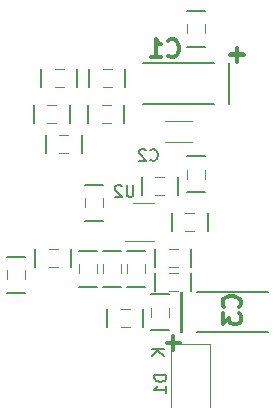
<source format=gbr>
%TF.GenerationSoftware,KiCad,Pcbnew,6.0.11+dfsg-1~bpo11+1*%
%TF.CreationDate,2023-05-28T01:23:12+00:00*%
%TF.ProjectId,SIPM02,5349504d-3032-42e6-9b69-6361645f7063,rev?*%
%TF.SameCoordinates,Original*%
%TF.FileFunction,Legend,Bot*%
%TF.FilePolarity,Positive*%
%FSLAX46Y46*%
G04 Gerber Fmt 4.6, Leading zero omitted, Abs format (unit mm)*
G04 Created by KiCad (PCBNEW 6.0.11+dfsg-1~bpo11+1) date 2023-05-28 01:23:12*
%MOMM*%
%LPD*%
G01*
G04 APERTURE LIST*
%ADD10C,0.150000*%
%ADD11C,0.304800*%
%ADD12C,0.120000*%
G04 APERTURE END LIST*
D10*
%TO.C,D1*%
X19415380Y5310095D02*
X18415380Y5310095D01*
X18415380Y5072000D01*
X18463000Y4929142D01*
X18558238Y4833904D01*
X18653476Y4786285D01*
X18843952Y4738666D01*
X18986809Y4738666D01*
X19177285Y4786285D01*
X19272523Y4833904D01*
X19367761Y4929142D01*
X19415380Y5072000D01*
X19415380Y5310095D01*
X19415380Y3786285D02*
X19415380Y4357714D01*
X19415380Y4072000D02*
X18415380Y4072000D01*
X18558238Y4167238D01*
X18653476Y4262476D01*
X18701095Y4357714D01*
X19248380Y7500904D02*
X18248380Y7500904D01*
X19248380Y6929476D02*
X18676952Y7358047D01*
X18248380Y6929476D02*
X18819809Y7500904D01*
D11*
%TO.C,C3*%
X25563285Y11049000D02*
X25635857Y11121571D01*
X25708428Y11339285D01*
X25708428Y11484428D01*
X25635857Y11702142D01*
X25490714Y11847285D01*
X25345571Y11919857D01*
X25055285Y11992428D01*
X24837571Y11992428D01*
X24547285Y11919857D01*
X24402142Y11847285D01*
X24257000Y11702142D01*
X24184428Y11484428D01*
X24184428Y11339285D01*
X24257000Y11121571D01*
X24329571Y11049000D01*
X24184428Y10541000D02*
X24184428Y9597571D01*
X24765000Y10105571D01*
X24765000Y9887857D01*
X24837571Y9742714D01*
X24910142Y9670142D01*
X25055285Y9597571D01*
X25418142Y9597571D01*
X25563285Y9670142D01*
X25635857Y9742714D01*
X25708428Y9887857D01*
X25708428Y10323285D01*
X25635857Y10468428D01*
X25563285Y10541000D01*
X20600851Y8008982D02*
X19439708Y8008982D01*
X20020280Y7428411D02*
X20020280Y8589554D01*
%TO.C,C1*%
X19558000Y32348714D02*
X19630571Y32276142D01*
X19848285Y32203571D01*
X19993428Y32203571D01*
X20211142Y32276142D01*
X20356285Y32421285D01*
X20428857Y32566428D01*
X20501428Y32856714D01*
X20501428Y33074428D01*
X20428857Y33364714D01*
X20356285Y33509857D01*
X20211142Y33655000D01*
X19993428Y33727571D01*
X19848285Y33727571D01*
X19630571Y33655000D01*
X19558000Y33582428D01*
X18106571Y32203571D02*
X18977428Y32203571D01*
X18542000Y32203571D02*
X18542000Y33727571D01*
X18687142Y33509857D01*
X18832285Y33364714D01*
X18977428Y33292142D01*
X26011051Y32428542D02*
X24849908Y32428542D01*
X25430480Y31847971D02*
X25430480Y33009114D01*
D10*
%TO.C,C2*%
X18073666Y23518857D02*
X18121285Y23471238D01*
X18264142Y23423619D01*
X18359380Y23423619D01*
X18502238Y23471238D01*
X18597476Y23566476D01*
X18645095Y23661714D01*
X18692714Y23852190D01*
X18692714Y23995047D01*
X18645095Y24185523D01*
X18597476Y24280761D01*
X18502238Y24376000D01*
X18359380Y24423619D01*
X18264142Y24423619D01*
X18121285Y24376000D01*
X18073666Y24328380D01*
X17692714Y24328380D02*
X17645095Y24376000D01*
X17549857Y24423619D01*
X17311761Y24423619D01*
X17216523Y24376000D01*
X17168904Y24328380D01*
X17121285Y24233142D01*
X17121285Y24137904D01*
X17168904Y23995047D01*
X17740333Y23423619D01*
X17121285Y23423619D01*
%TO.C,U2*%
X16636904Y21375619D02*
X16636904Y20566095D01*
X16589285Y20470857D01*
X16541666Y20423238D01*
X16446428Y20375619D01*
X16255952Y20375619D01*
X16160714Y20423238D01*
X16113095Y20470857D01*
X16065476Y20566095D01*
X16065476Y21375619D01*
X15636904Y21280380D02*
X15589285Y21328000D01*
X15494047Y21375619D01*
X15255952Y21375619D01*
X15160714Y21328000D01*
X15113095Y21280380D01*
X15065476Y21185142D01*
X15065476Y21089904D01*
X15113095Y20947047D01*
X15684523Y20375619D01*
X15065476Y20375619D01*
%TO.C,C5*%
X15938500Y29718000D02*
X15938500Y31242000D01*
D12*
X14033500Y31242000D02*
X14795500Y31242000D01*
D10*
X12890500Y31242000D02*
X12890500Y29718000D01*
D12*
X14033500Y29718000D02*
X14795500Y29718000D01*
%TO.C,R10*%
X18478500Y22098000D02*
X19240500Y22098000D01*
D10*
X20383500Y20574000D02*
X20383500Y22098000D01*
D12*
X18478500Y20574000D02*
X19240500Y20574000D01*
D10*
X17335500Y22098000D02*
X17335500Y20574000D01*
%TO.C,R3*%
X19685000Y12128500D02*
X18161000Y12128500D01*
D12*
X19685000Y10985500D02*
X19685000Y10223500D01*
D10*
X18161000Y9080500D02*
X19685000Y9080500D01*
D12*
X18161000Y10985500D02*
X18161000Y10223500D01*
%TO.C,C4*%
X16319500Y10858500D02*
X15557500Y10858500D01*
D10*
X14414500Y10858500D02*
X14414500Y9334500D01*
X17462500Y9334500D02*
X17462500Y10858500D01*
D12*
X16319500Y9334500D02*
X15557500Y9334500D01*
%TO.C,D1*%
X19813000Y7972000D02*
X23113000Y7972000D01*
X19813000Y7972000D02*
X19813000Y2572000D01*
X23113000Y7972000D02*
X23113000Y2572000D01*
%TO.C,C7*%
X19621500Y12446000D02*
X20383500Y12446000D01*
D10*
X18478500Y13970000D02*
X18478500Y12446000D01*
X21526500Y12446000D02*
X21526500Y13970000D01*
D12*
X19621500Y13970000D02*
X20383500Y13970000D01*
D10*
%TO.C,C3*%
X20718780Y8968740D02*
X20718780Y12367260D01*
X27995880Y8966200D02*
X21996400Y8966200D01*
X20701000Y8966200D02*
X20701000Y12364720D01*
X28018740Y12367260D02*
X22019260Y12367260D01*
X19418300Y8115300D02*
X20617180Y8115300D01*
X20017740Y7614920D02*
X20017740Y8714740D01*
D12*
%TO.C,C8*%
X19621500Y14478000D02*
X20383500Y14478000D01*
D10*
X21526500Y14478000D02*
X21526500Y16002000D01*
X18478500Y16002000D02*
X18478500Y14478000D01*
D12*
X19621500Y16002000D02*
X20383500Y16002000D01*
D10*
%TO.C,R2*%
X12827000Y28194000D02*
X12827000Y26670000D01*
D12*
X13970000Y28194000D02*
X14732000Y28194000D01*
D10*
X15875000Y26670000D02*
X15875000Y28194000D01*
D12*
X13970000Y26670000D02*
X14732000Y26670000D01*
%TO.C,C6*%
X10096500Y26670000D02*
X9334500Y26670000D01*
D10*
X8191500Y28194000D02*
X8191500Y26670000D01*
X11239500Y26670000D02*
X11239500Y28194000D01*
D12*
X10096500Y28194000D02*
X9334500Y28194000D01*
D10*
%TO.C,C1*%
X17432020Y28287980D02*
X23431500Y28287980D01*
X24749760Y31689040D02*
X24749760Y28290520D01*
X24731980Y31686500D02*
X24731980Y28287980D01*
X17454880Y31689040D02*
X23454360Y31689040D01*
X25433020Y33040320D02*
X25433020Y31940500D01*
X26032460Y32539940D02*
X24833580Y32539940D01*
D12*
%TO.C,C2*%
X21558252Y24998000D02*
X19335748Y24998000D01*
X21558252Y26818000D02*
X19335748Y26818000D01*
%TO.C,C9*%
X11112500Y25654000D02*
X10350500Y25654000D01*
D10*
X12255500Y24130000D02*
X12255500Y25654000D01*
X9207500Y25654000D02*
X9207500Y24130000D01*
D12*
X11112500Y24130000D02*
X10350500Y24130000D01*
D10*
%TO.C,C10*%
X8318500Y16002000D02*
X8318500Y14478000D01*
X11366500Y14478000D02*
X11366500Y16002000D01*
D12*
X10223500Y16002000D02*
X9461500Y16002000D01*
X10223500Y14478000D02*
X9461500Y14478000D01*
%TO.C,R1*%
X21209000Y34226500D02*
X21209000Y34988500D01*
D10*
X22733000Y36131500D02*
X21209000Y36131500D01*
X21209000Y33083500D02*
X22733000Y33083500D01*
D12*
X22733000Y34226500D02*
X22733000Y34988500D01*
D10*
%TO.C,R4*%
X8826500Y31242000D02*
X8826500Y29718000D01*
X11874500Y29718000D02*
X11874500Y31242000D01*
D12*
X9969500Y31242000D02*
X10731500Y31242000D01*
X9969500Y29718000D02*
X10731500Y29718000D01*
%TO.C,R5*%
X7493000Y13398500D02*
X7493000Y14160500D01*
D10*
X5969000Y12255500D02*
X7493000Y12255500D01*
D12*
X5969000Y13398500D02*
X5969000Y14160500D01*
D10*
X7493000Y15303500D02*
X5969000Y15303500D01*
%TO.C,R6*%
X14097000Y21399500D02*
X12573000Y21399500D01*
D12*
X14097000Y19494500D02*
X14097000Y20256500D01*
X12573000Y19494500D02*
X12573000Y20256500D01*
D10*
X12573000Y18351500D02*
X14097000Y18351500D01*
%TO.C,R7*%
X14097000Y12763500D02*
X15621000Y12763500D01*
D12*
X15621000Y13906500D02*
X15621000Y14668500D01*
D10*
X15621000Y15811500D02*
X14097000Y15811500D01*
D12*
X14097000Y13906500D02*
X14097000Y14668500D01*
%TO.C,R8*%
X13589000Y14668500D02*
X13589000Y13906500D01*
D10*
X12065000Y12763500D02*
X13589000Y12763500D01*
X13589000Y15811500D02*
X12065000Y15811500D01*
D12*
X12065000Y14668500D02*
X12065000Y13906500D01*
%TO.C,R9*%
X21209000Y21907500D02*
X21209000Y22669500D01*
D10*
X21209000Y20764500D02*
X22733000Y20764500D01*
X22733000Y23812500D02*
X21209000Y23812500D01*
D12*
X22733000Y21907500D02*
X22733000Y22669500D01*
%TO.C,R11*%
X21780500Y17526000D02*
X21018500Y17526000D01*
D10*
X22923500Y17526000D02*
X22923500Y19050000D01*
X19875500Y19050000D02*
X19875500Y17526000D01*
D12*
X21780500Y19050000D02*
X21018500Y19050000D01*
D10*
%TO.C,R12*%
X17653000Y15811500D02*
X16129000Y15811500D01*
X16129000Y12763500D02*
X17653000Y12763500D01*
D12*
X17653000Y13906500D02*
X17653000Y14668500D01*
X16129000Y13906500D02*
X16129000Y14668500D01*
%TO.C,U2*%
X16583000Y19898000D02*
X18383000Y19898000D01*
X18383000Y16678000D02*
X15933000Y16678000D01*
%TD*%
M02*

</source>
